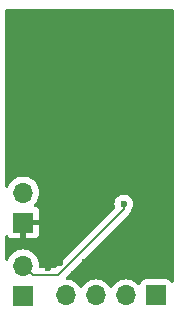
<source format=gbr>
%TF.GenerationSoftware,KiCad,Pcbnew,8.0.4*%
%TF.CreationDate,2024-09-13T17:57:47-07:00*%
%TF.ProjectId,rf-frontend-test,72662d66-726f-46e7-9465-6e642d746573,rev?*%
%TF.SameCoordinates,Original*%
%TF.FileFunction,Copper,L2,Bot*%
%TF.FilePolarity,Positive*%
%FSLAX46Y46*%
G04 Gerber Fmt 4.6, Leading zero omitted, Abs format (unit mm)*
G04 Created by KiCad (PCBNEW 8.0.4) date 2024-09-13 17:57:47*
%MOMM*%
%LPD*%
G01*
G04 APERTURE LIST*
%TA.AperFunction,ComponentPad*%
%ADD10R,1.700000X1.700000*%
%TD*%
%TA.AperFunction,ComponentPad*%
%ADD11O,1.700000X1.700000*%
%TD*%
%TA.AperFunction,ViaPad*%
%ADD12C,0.600000*%
%TD*%
%TA.AperFunction,Conductor*%
%ADD13C,0.200000*%
%TD*%
G04 APERTURE END LIST*
D10*
%TO.P,J1,1,Pin_1*%
%TO.N,~{RF_IRQ}*%
X112280000Y-70445000D03*
D11*
%TO.P,J1,2,Pin_2*%
%TO.N,~{RF_EN}*%
X112280000Y-67905000D03*
%TD*%
D10*
%TO.P,J2,1,Pin_1*%
%TO.N,~{RF_CS}*%
X123520000Y-70440000D03*
D11*
%TO.P,J2,2,Pin_2*%
%TO.N,MOSI*%
X120980000Y-70440000D03*
%TO.P,J2,3,Pin_3*%
%TO.N,MISO*%
X118440000Y-70440000D03*
%TO.P,J2,4,Pin_4*%
%TO.N,SCLK*%
X115900000Y-70440000D03*
%TD*%
D10*
%TO.P,J3,1,Pin_1*%
%TO.N,GND*%
X112290000Y-64265000D03*
D11*
%TO.P,J3,2,Pin_2*%
%TO.N,+3.3V*%
X112290000Y-61725000D03*
%TD*%
D12*
%TO.N,~{RF_EN}*%
X120800000Y-62700000D03*
%TO.N,GND*%
X115900000Y-54200000D03*
X119200000Y-46600000D03*
X117300000Y-49500000D03*
X115900000Y-48600000D03*
X117200000Y-57000000D03*
X115000000Y-48600000D03*
X111600000Y-48200000D03*
X117200000Y-54000000D03*
X120000000Y-52100000D03*
X114900000Y-49800000D03*
X117200000Y-60500000D03*
X115400000Y-67700000D03*
X122700000Y-55400000D03*
X119200000Y-47400000D03*
X112400000Y-51600000D03*
X123000000Y-56600000D03*
X114300000Y-56600000D03*
X117200000Y-54800000D03*
X124100000Y-53600000D03*
X111600000Y-53900000D03*
X116400000Y-53400000D03*
X111700000Y-46900000D03*
X116600000Y-68600000D03*
X112500000Y-49400000D03*
X124000000Y-56900000D03*
X113900000Y-55800000D03*
X124200000Y-46900000D03*
X123000000Y-57900000D03*
X114400000Y-68100000D03*
X119000000Y-53800000D03*
X111400000Y-52900000D03*
X112300000Y-52700000D03*
X115000000Y-59400000D03*
X119500000Y-56880000D03*
X124117044Y-48615904D03*
X119000000Y-54600000D03*
X114500000Y-66900000D03*
X117100000Y-47900000D03*
X121400000Y-53200000D03*
X121900000Y-57200000D03*
X117300000Y-51800000D03*
X117300000Y-50200000D03*
X120200000Y-54600000D03*
X111500000Y-55100000D03*
X111400000Y-59200000D03*
X113200000Y-57400000D03*
X121000000Y-50700000D03*
X123300000Y-47000000D03*
X115500000Y-57700000D03*
X114623869Y-55154018D03*
X111400000Y-56100000D03*
X111400000Y-57200000D03*
X114300000Y-60200000D03*
X123400000Y-52400000D03*
X123100000Y-59000000D03*
X124100000Y-54600000D03*
X113500000Y-54900000D03*
X115300000Y-56300000D03*
X111400000Y-50500000D03*
X119000000Y-55400000D03*
X124000000Y-55700000D03*
X116400000Y-60500000D03*
X122000000Y-59200000D03*
X124100000Y-61600000D03*
X112400000Y-55300000D03*
X116400000Y-52400000D03*
X117100000Y-57700000D03*
X114000000Y-46800000D03*
X113800000Y-53900000D03*
X112300000Y-57200000D03*
X121600000Y-48000000D03*
X121800000Y-56300000D03*
X124000000Y-50100000D03*
X114600000Y-57600000D03*
X116300000Y-59500000D03*
X115500000Y-52200000D03*
X111400000Y-51700000D03*
X121500000Y-55500000D03*
X112600000Y-50400000D03*
X113100000Y-53300000D03*
X122300000Y-52100000D03*
X119200000Y-48200000D03*
X112618085Y-48436976D03*
X114000000Y-48900000D03*
X112200000Y-59400000D03*
X120400000Y-48700000D03*
X123000000Y-49900000D03*
X123000000Y-60800000D03*
X117100000Y-48700000D03*
X122900000Y-48900000D03*
X115600000Y-59900000D03*
X122000000Y-58200000D03*
X119000000Y-51400000D03*
X115900000Y-50000000D03*
X114200000Y-58500000D03*
X122600000Y-53300000D03*
X120300000Y-55800000D03*
X120000000Y-49900000D03*
X117000000Y-62700000D03*
X122100000Y-50700000D03*
X120500000Y-47600000D03*
X119000000Y-50600000D03*
X113900000Y-50300000D03*
X120100000Y-68000000D03*
X113900000Y-47900000D03*
X119000000Y-49800000D03*
X111400000Y-58200000D03*
X122000000Y-60000000D03*
X119000000Y-53000000D03*
X115200000Y-53100000D03*
X119000000Y-49000000D03*
X119000000Y-56200000D03*
X124200000Y-59200000D03*
X122900000Y-60000000D03*
X113100000Y-58700000D03*
X121200000Y-52000000D03*
X120100000Y-58600000D03*
X116300000Y-57700000D03*
X113400000Y-52200000D03*
X112300000Y-58200000D03*
X117300000Y-51000000D03*
X122600000Y-61600000D03*
X116000000Y-47700000D03*
X116500000Y-56300000D03*
X112600000Y-54200000D03*
X116400000Y-55400000D03*
X120100000Y-53300000D03*
X124100000Y-60200000D03*
X113600000Y-59500000D03*
X114200000Y-52900000D03*
X117500000Y-67600000D03*
X119000000Y-52200000D03*
X122700000Y-54400000D03*
X115700000Y-66800000D03*
X114900000Y-50900000D03*
X114900000Y-54000000D03*
X124000000Y-51500000D03*
X113200000Y-56500000D03*
X120700000Y-56880000D03*
X121800000Y-49500000D03*
X115900000Y-51000000D03*
X121400000Y-46900000D03*
X122300000Y-46800000D03*
X112300000Y-56200000D03*
X112800000Y-47400000D03*
X123400000Y-61600000D03*
X115400000Y-55000000D03*
X122637757Y-47806076D03*
X113500000Y-51300000D03*
X111400000Y-49300000D03*
X117100000Y-47100000D03*
X114900000Y-47500000D03*
X123000000Y-51200000D03*
X121300000Y-54400000D03*
X120000000Y-50800000D03*
X114400000Y-51900000D03*
X115900000Y-56900000D03*
X124200000Y-58100000D03*
X116100000Y-46800000D03*
%TD*%
D13*
%TO.N,~{RF_EN}*%
X120800000Y-62700000D02*
X120800000Y-63148529D01*
X115248529Y-68700000D02*
X113075000Y-68700000D01*
X120800000Y-63148529D02*
X115248529Y-68700000D01*
X113075000Y-68700000D02*
X112280000Y-67905000D01*
%TD*%
%TA.AperFunction,Conductor*%
%TO.N,GND*%
G36*
X124961539Y-46201185D02*
G01*
X125007294Y-46253989D01*
X125018500Y-46305500D01*
X125018500Y-69248561D01*
X124998815Y-69315600D01*
X124946011Y-69361355D01*
X124876853Y-69371299D01*
X124813297Y-69342274D01*
X124795234Y-69322873D01*
X124770120Y-69289325D01*
X124727546Y-69232454D01*
X124727544Y-69232453D01*
X124727544Y-69232452D01*
X124612335Y-69146206D01*
X124612328Y-69146202D01*
X124477482Y-69095908D01*
X124477483Y-69095908D01*
X124417883Y-69089501D01*
X124417881Y-69089500D01*
X124417873Y-69089500D01*
X124417864Y-69089500D01*
X122622129Y-69089500D01*
X122622123Y-69089501D01*
X122562516Y-69095908D01*
X122427671Y-69146202D01*
X122427664Y-69146206D01*
X122312455Y-69232452D01*
X122312452Y-69232455D01*
X122226206Y-69347664D01*
X122226203Y-69347669D01*
X122177189Y-69479083D01*
X122135317Y-69535016D01*
X122069853Y-69559433D01*
X122001580Y-69544581D01*
X121973326Y-69523430D01*
X121851402Y-69401506D01*
X121851395Y-69401501D01*
X121657834Y-69265967D01*
X121657830Y-69265965D01*
X121657828Y-69265964D01*
X121443663Y-69166097D01*
X121443659Y-69166096D01*
X121443655Y-69166094D01*
X121215413Y-69104938D01*
X121215403Y-69104936D01*
X120980001Y-69084341D01*
X120979999Y-69084341D01*
X120744596Y-69104936D01*
X120744586Y-69104938D01*
X120516344Y-69166094D01*
X120516335Y-69166098D01*
X120302171Y-69265964D01*
X120302169Y-69265965D01*
X120108597Y-69401505D01*
X119941505Y-69568597D01*
X119811575Y-69754158D01*
X119756998Y-69797783D01*
X119687500Y-69804977D01*
X119625145Y-69773454D01*
X119608425Y-69754158D01*
X119478494Y-69568597D01*
X119311402Y-69401506D01*
X119311395Y-69401501D01*
X119117834Y-69265967D01*
X119117830Y-69265965D01*
X119117828Y-69265964D01*
X118903663Y-69166097D01*
X118903659Y-69166096D01*
X118903655Y-69166094D01*
X118675413Y-69104938D01*
X118675403Y-69104936D01*
X118440001Y-69084341D01*
X118439999Y-69084341D01*
X118204596Y-69104936D01*
X118204586Y-69104938D01*
X117976344Y-69166094D01*
X117976335Y-69166098D01*
X117762171Y-69265964D01*
X117762169Y-69265965D01*
X117568597Y-69401505D01*
X117401505Y-69568597D01*
X117271575Y-69754158D01*
X117216998Y-69797783D01*
X117147500Y-69804977D01*
X117085145Y-69773454D01*
X117068425Y-69754158D01*
X116938494Y-69568597D01*
X116771402Y-69401506D01*
X116771395Y-69401501D01*
X116577834Y-69265967D01*
X116577830Y-69265965D01*
X116577828Y-69265964D01*
X116363663Y-69166097D01*
X116363659Y-69166096D01*
X116363655Y-69166094D01*
X116135413Y-69104938D01*
X116135403Y-69104936D01*
X115993337Y-69092507D01*
X115928269Y-69067054D01*
X115887290Y-69010463D01*
X115883412Y-68940701D01*
X115916462Y-68881300D01*
X121280520Y-63517245D01*
X121359577Y-63380313D01*
X121390441Y-63265128D01*
X121422534Y-63209543D01*
X121429816Y-63202262D01*
X121525789Y-63049522D01*
X121585368Y-62879255D01*
X121600273Y-62746968D01*
X121605565Y-62700003D01*
X121605565Y-62699996D01*
X121585369Y-62520750D01*
X121585368Y-62520745D01*
X121525788Y-62350476D01*
X121429815Y-62197737D01*
X121302262Y-62070184D01*
X121149523Y-61974211D01*
X120979254Y-61914631D01*
X120979249Y-61914630D01*
X120800004Y-61894435D01*
X120799996Y-61894435D01*
X120620750Y-61914630D01*
X120620745Y-61914631D01*
X120450476Y-61974211D01*
X120297737Y-62070184D01*
X120170184Y-62197737D01*
X120074211Y-62350476D01*
X120014631Y-62520745D01*
X120014630Y-62520750D01*
X119994435Y-62699996D01*
X119994435Y-62700003D01*
X120014631Y-62879252D01*
X120042142Y-62957875D01*
X120045703Y-63027654D01*
X120012781Y-63086510D01*
X115036113Y-68063181D01*
X114974790Y-68096666D01*
X114948432Y-68099500D01*
X113753965Y-68099500D01*
X113686926Y-68079815D01*
X113641171Y-68027011D01*
X113630437Y-67964693D01*
X113635659Y-67905002D01*
X113635659Y-67904999D01*
X113615063Y-67669596D01*
X113615063Y-67669592D01*
X113553903Y-67441337D01*
X113454035Y-67227171D01*
X113318495Y-67033599D01*
X113318494Y-67033597D01*
X113151402Y-66866506D01*
X113151395Y-66866501D01*
X112957834Y-66730967D01*
X112957830Y-66730965D01*
X112957828Y-66730964D01*
X112743663Y-66631097D01*
X112743659Y-66631096D01*
X112743655Y-66631094D01*
X112515413Y-66569938D01*
X112515403Y-66569936D01*
X112280001Y-66549341D01*
X112279999Y-66549341D01*
X112044596Y-66569936D01*
X112044586Y-66569938D01*
X111816344Y-66631094D01*
X111816335Y-66631098D01*
X111602171Y-66730964D01*
X111602169Y-66730965D01*
X111408597Y-66866505D01*
X111241505Y-67033597D01*
X111105965Y-67227169D01*
X111105964Y-67227171D01*
X111017882Y-67416064D01*
X110971710Y-67468503D01*
X110904516Y-67487655D01*
X110837635Y-67467439D01*
X110792300Y-67414274D01*
X110781500Y-67363659D01*
X110781500Y-65442246D01*
X110801185Y-65375207D01*
X110853989Y-65329452D01*
X110923147Y-65319508D01*
X110986703Y-65348533D01*
X111004767Y-65367935D01*
X111082813Y-65472190D01*
X111197906Y-65558350D01*
X111197913Y-65558354D01*
X111332620Y-65608596D01*
X111332627Y-65608598D01*
X111392155Y-65614999D01*
X111392172Y-65615000D01*
X112040000Y-65615000D01*
X112040000Y-64698012D01*
X112097007Y-64730925D01*
X112224174Y-64765000D01*
X112355826Y-64765000D01*
X112482993Y-64730925D01*
X112540000Y-64698012D01*
X112540000Y-65615000D01*
X113187828Y-65615000D01*
X113187844Y-65614999D01*
X113247372Y-65608598D01*
X113247379Y-65608596D01*
X113382086Y-65558354D01*
X113382093Y-65558350D01*
X113497187Y-65472190D01*
X113497190Y-65472187D01*
X113583350Y-65357093D01*
X113583354Y-65357086D01*
X113633596Y-65222379D01*
X113633598Y-65222372D01*
X113639999Y-65162844D01*
X113640000Y-65162827D01*
X113640000Y-64515000D01*
X112723012Y-64515000D01*
X112755925Y-64457993D01*
X112790000Y-64330826D01*
X112790000Y-64199174D01*
X112755925Y-64072007D01*
X112723012Y-64015000D01*
X113640000Y-64015000D01*
X113640000Y-63367172D01*
X113639999Y-63367155D01*
X113633598Y-63307627D01*
X113633596Y-63307620D01*
X113583354Y-63172913D01*
X113583350Y-63172906D01*
X113497190Y-63057812D01*
X113497187Y-63057809D01*
X113382093Y-62971649D01*
X113382088Y-62971646D01*
X113250528Y-62922577D01*
X113194595Y-62880705D01*
X113170178Y-62815241D01*
X113185030Y-62746968D01*
X113206175Y-62718720D01*
X113328495Y-62596401D01*
X113464035Y-62402830D01*
X113563903Y-62188663D01*
X113625063Y-61960408D01*
X113645659Y-61725000D01*
X113625063Y-61489592D01*
X113563903Y-61261337D01*
X113464035Y-61047171D01*
X113328495Y-60853599D01*
X113328494Y-60853597D01*
X113161402Y-60686506D01*
X113161395Y-60686501D01*
X112967834Y-60550967D01*
X112967830Y-60550965D01*
X112967828Y-60550964D01*
X112753663Y-60451097D01*
X112753659Y-60451096D01*
X112753655Y-60451094D01*
X112525413Y-60389938D01*
X112525403Y-60389936D01*
X112290001Y-60369341D01*
X112289999Y-60369341D01*
X112054596Y-60389936D01*
X112054586Y-60389938D01*
X111826344Y-60451094D01*
X111826335Y-60451098D01*
X111612171Y-60550964D01*
X111612169Y-60550965D01*
X111418597Y-60686505D01*
X111251505Y-60853597D01*
X111115965Y-61047169D01*
X111115964Y-61047171D01*
X111017882Y-61257509D01*
X110971710Y-61309948D01*
X110904516Y-61329100D01*
X110837635Y-61308884D01*
X110792300Y-61255719D01*
X110781500Y-61205104D01*
X110781500Y-46305500D01*
X110801185Y-46238461D01*
X110853989Y-46192706D01*
X110905500Y-46181500D01*
X124894500Y-46181500D01*
X124961539Y-46201185D01*
G37*
%TD.AperFunction*%
%TD*%
M02*

</source>
